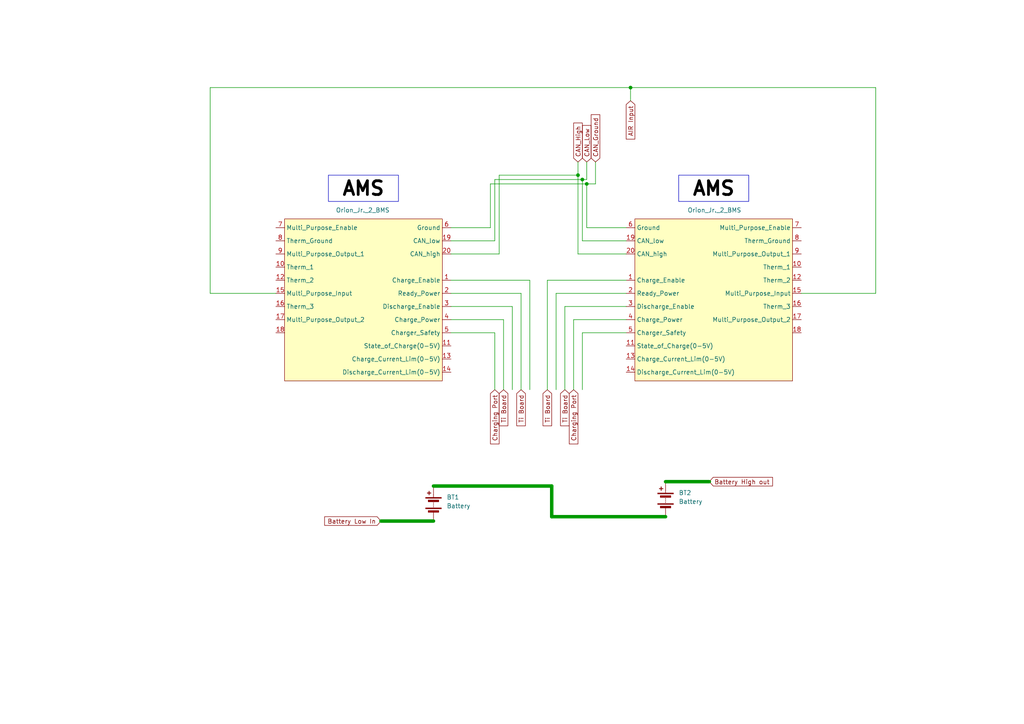
<source format=kicad_sch>
(kicad_sch (version 20230121) (generator eeschema)
  (paper "A4")
  (lib_symbols
    (symbol "Device:Battery" (pin_numbers hide) (pin_names (offset 0) hide)
      (property "Reference" "BT" (at 2.54 2.54 0))
      (property "Value" "Battery" (at 2.54 0 0))
      (symbol "Battery_0_1"
        (rectangle (start -2.286 -1.27) (end 2.286 -1.524) (fill (type outline)))
        (rectangle (start -2.286 1.778) (end 2.286 1.524) (fill (type outline)))
        (rectangle (start -1.524 -2.032) (end 1.524 -2.54) (fill (type outline)))
        (rectangle (start -1.524 1.016) (end 1.524 0.508) (fill (type outline)))
        (polyline (pts (xy 0 -1.016) (xy 0 -0.762)))
        (polyline (pts (xy 0 -0.508) (xy 0 -0.254)))
        (polyline (pts (xy 0 0) (xy 0 0.254)))
        (polyline (pts (xy 0 1.778) (xy 0 2.54)))
        (polyline (pts (xy 0.762 3.048) (xy 1.778 3.048)) (stroke (width 0.254)))
        (polyline (pts (xy 1.27 3.556) (xy 1.27 2.54)) (stroke (width 0.254)))
      )
      (symbol "Battery_1_1"
        (pin passive line (at 0 5.08 270) (length 2.54) (name "+") (number "1"))
        (pin passive line (at 0 -5.08 90) (length 2.54) (name "-") (number "2"))
      )
    )
    (symbol "Sevcon_Gen4_Size6_1"
      (property "Value" "Orion_Jr._2_BMS" (at 10.16 17.78 0))
      (symbol "Sevcon_Gen4_Size6_1_0_1"
        (rectangle (start -22.86 15.24) (end 22.86 -31.75) (fill (type background)))
      )
      (symbol "Sevcon_Gen4_Size6_1_1_1"
        (pin passive line (at 25.4 -2.54 180) (length 2.54) (name "Charge_Enable") (number "1"))
        (pin passive line (at -25.4 1.27 0) (length 2.54) (name "Therm_1") (number "10"))
        (pin passive line (at 25.4 -21.59 180) (length 2.54) (name "State_of_Charge(0-5V)") (number "11"))
        (pin passive line (at -25.4 -2.54 0) (length 2.54) (name "Therm_2") (number "12"))
        (pin passive line (at 25.4 -25.4 180) (length 2.54) (name "Charge_Current_Lim(0-5V)") (number "13"))
        (pin passive line (at 25.4 -29.21 180) (length 2.54) (name "Discharge_Current_Lim(0-5V)") (number "14"))
        (pin passive line (at -25.4 -6.35 0) (length 2.54) (name "Multi_Purpose_Input") (number "15"))
        (pin passive line (at -25.4 -10.16 0) (length 2.54) (name "Therm_3") (number "16"))
        (pin passive line (at -25.4 -13.97 0) (length 2.54) (name "Multi_Purpose_Output_2") (number "17"))
        (pin passive line (at -25.4 -17.78 0) (length 2.54) (name "") (number "18"))
        (pin passive line (at 25.4 8.89 180) (length 2.54) (name "CAN_low") (number "19"))
        (pin passive line (at 25.4 -6.35 180) (length 2.54) (name "Ready_Power") (number "2"))
        (pin passive line (at 25.4 5.08 180) (length 2.54) (name "CAN_high") (number "20"))
        (pin passive line (at 25.4 -10.16 180) (length 2.54) (name "Discharge_Enable") (number "3"))
        (pin passive line (at 25.4 -13.97 180) (length 2.54) (name "Charge_Power") (number "4"))
        (pin passive line (at 25.4 -17.78 180) (length 2.54) (name "Charger_Safety") (number "5"))
        (pin passive line (at 25.4 12.7 180) (length 2.54) (name "Ground") (number "6"))
        (pin passive line (at -25.4 12.7 0) (length 2.54) (name "Multi_Purpose_Enable") (number "7"))
        (pin passive line (at -25.4 8.89 0) (length 2.54) (name "Therm_Ground") (number "8"))
        (pin passive line (at -25.4 5.08 0) (length 2.54) (name "Multi_Purpose_Output_1") (number "9"))
      )
    )
  )
  (junction (at 182.88 25.4))
  (junction (at 168.91 52.07))
  (junction (at 167.64 50.8))
  (junction (at 170.18 53.34))
  (wire (pts (xy 181.61 81.28) (xy 158.75 81.28)))
  (wire (pts (xy 153.67 81.28) (xy 153.67 113.03)))
  (wire (pts (xy 181.61 96.52) (xy 168.91 96.52)))
  (wire (pts (xy 181.61 85.09) (xy 161.29 85.09)))
  (wire (pts (xy 166.37 92.71) (xy 166.37 113.03)))
  (wire (pts (xy 167.64 50.8) (xy 167.64 73.66)))
  (wire (pts (xy 148.59 88.9) (xy 148.59 113.03)))
  (wire (pts (xy 144.78 50.8) (xy 144.78 73.66)))
  (wire (pts (xy 142.24 53.34) (xy 142.24 66.04)))
  (wire (pts (xy 181.61 88.9) (xy 163.83 88.9)))
  (wire (pts (xy 143.51 52.07) (xy 143.51 69.85)))
  (wire (pts (xy 130.81 92.71) (xy 146.05 92.71)))
  (wire (pts (xy 170.18 53.34) (xy 170.18 66.04)))
  (wire (pts (xy 160.02 149.86) (xy 160.02 140.97)) (stroke (width 1)))
  (wire (pts (xy 168.91 96.52) (xy 168.91 113.03)))
  (wire (pts (xy 168.91 52.07) (xy 168.91 69.85)))
  (wire (pts (xy 80.01 85.09) (xy 60.96 85.09)))
  (wire (pts (xy 130.81 85.09) (xy 151.13 85.09)))
  (wire (pts (xy 146.05 92.71) (xy 146.05 113.03)))
  (wire (pts (xy 168.91 52.07) (xy 170.18 52.07)))
  (wire (pts (xy 170.18 53.34) (xy 172.72 53.34)))
  (wire (pts (xy 172.72 46.99) (xy 172.72 53.34)))
  (wire (pts (xy 254 25.4) (xy 254 85.09)))
  (wire (pts (xy 181.61 92.71) (xy 166.37 92.71)))
  (wire (pts (xy 130.81 73.66) (xy 144.78 73.66)))
  (wire (pts (xy 181.61 69.85) (xy 168.91 69.85)))
  (wire (pts (xy 130.81 96.52) (xy 143.51 96.52)))
  (wire (pts (xy 130.81 88.9) (xy 148.59 88.9)))
  (wire (pts (xy 170.18 53.34) (xy 142.24 53.34)))
  (wire (pts (xy 130.81 66.04) (xy 142.24 66.04)))
  (wire (pts (xy 130.81 81.28) (xy 153.67 81.28)))
  (wire (pts (xy 254 85.09) (xy 232.41 85.09)))
  (wire (pts (xy 60.96 25.4) (xy 182.88 25.4)))
  (wire (pts (xy 160.02 140.97) (xy 125.73 140.97)) (stroke (width 1)))
  (wire (pts (xy 181.61 66.04) (xy 170.18 66.04)))
  (wire (pts (xy 158.75 81.28) (xy 158.75 113.03)))
  (wire (pts (xy 181.61 73.66) (xy 167.64 73.66)))
  (wire (pts (xy 125.73 151.13) (xy 110.49 151.13)) (stroke (width 1)))
  (wire (pts (xy 182.88 25.4) (xy 254 25.4)))
  (wire (pts (xy 170.18 46.99) (xy 170.18 52.07)))
  (wire (pts (xy 167.64 46.99) (xy 167.64 50.8)))
  (wire (pts (xy 143.51 52.07) (xy 168.91 52.07)))
  (wire (pts (xy 182.88 25.4) (xy 182.88 29.21)))
  (wire (pts (xy 161.29 85.09) (xy 161.29 113.03)))
  (wire (pts (xy 205.74 139.7) (xy 193.04 139.7)) (stroke (width 1)))
  (wire (pts (xy 163.83 88.9) (xy 163.83 113.03)))
  (wire (pts (xy 60.96 85.09) (xy 60.96 25.4)))
  (wire (pts (xy 130.81 69.85) (xy 143.51 69.85)))
  (wire (pts (xy 193.04 149.86) (xy 160.02 149.86)) (stroke (width 1)))
  (wire (pts (xy 144.78 50.8) (xy 167.64 50.8)))
  (wire (pts (xy 151.13 85.09) (xy 151.13 113.03)))
  (wire (pts (xy 143.51 96.52) (xy 143.51 113.03)))
  (text_box "AMS" (at 196.85 50.8 0) (size 20.32 7.62) (effects (font (size 4 4) (thickness 0.8) bold)))
  (text_box "AMS" (at 95.25 50.8 0) (size 20.32 7.62) (effects (font (size 4 4) (thickness 0.8) bold)))
  (global_label "Charging Port" (shape input) (at 143.51 113.03 270) (property "Intersheetrefs" "${INTERSHEET_REFS}" (effects hide)))
  (global_label "CAN_High" (shape input) (at 167.64 46.99 90) (property "Intersheetrefs" "${INTERSHEET_REFS}" (effects hide)))
  (global_label "Battery Low In" (shape input) (at 110.49 151.13 180) (property "Intersheetrefs" "${INTERSHEET_REFS}" (effects hide)))
  (global_label "CAN_Ground" (shape input) (at 172.72 46.99 90) (property "Intersheetrefs" "${INTERSHEET_REFS}" (effects hide)))
  (global_label "Ti Board" (shape input) (at 146.05 113.03 270) (property "Intersheetrefs" "${INTERSHEET_REFS}" (effects hide)))
  (global_label "Charging Port" (shape input) (at 166.37 113.03 270) (property "Intersheetrefs" "${INTERSHEET_REFS}" (effects hide)))
  (global_label "Ti Board" (shape input) (at 163.83 113.03 270) (property "Intersheetrefs" "${INTERSHEET_REFS}" (effects hide)))
  (global_label "CAN_Low" (shape input) (at 170.18 46.99 90) (property "Intersheetrefs" "${INTERSHEET_REFS}" (effects hide)))
  (global_label "AIR Input" (shape input) (at 182.88 29.21 270) (property "Intersheetrefs" "${INTERSHEET_REFS}" (effects hide)))
  (global_label "Battery High out" (shape input) (at 205.74 139.7 0) (property "Intersheetrefs" "${INTERSHEET_REFS}" (effects hide)))
  (global_label "Ti Board" (shape input) (at 158.75 113.03 270) (property "Intersheetrefs" "${INTERSHEET_REFS}" (effects hide)))
  (global_label "Ti Board" (shape input) (at 151.13 113.03 270) (property "Intersheetrefs" "${INTERSHEET_REFS}" (effects hide)))
  (symbol (lib_id "Device:Battery") (at 193.04 144.78 0) (mirror y) (unit 1)
    (property "Reference" "BT2" (at 196.85 142.9385 0) (effects (justify right)))
    (property "Value" "Battery" (at 196.85 145.4785 0) (effects (justify right)))
  )
  (symbol (lib_id "Device:Battery") (at 125.73 146.05 0) (mirror y) (unit 1)
    (property "Reference" "BT1" (at 129.54 144.2085 0) (effects (justify right)))
    (property "Value" "Battery" (at 129.54 146.7485 0) (effects (justify right)))
  )
  (symbol (lib_name "Sevcon_Gen4_Size6_1") (lib_id "CamachosSymbols:Sevcon_Gen4_Size6") (at 207.01 78.74 0) (mirror y) (unit 1)
    (property "Reference" "U?" (effects hide))
    (property "Value" "Orion_Jr._2_BMS" (at 199.39 60.96 0) (effects (justify right)))
    (instances (project "Car_TractiveSystem_v2" (path "" (reference "U?") (unit 1)) (path "" (reference "U6") (unit 1))))
  )
  (symbol (lib_name "Sevcon_Gen4_Size6_1") (lib_id "CamachosSymbols:Sevcon_Gen4_Size6") (at 105.41 78.74 0) (unit 1)
    (property "Reference" "U?" (effects hide))
    (property "Value" "Orion_Jr._2_BMS" (at 113.03 60.96 0) (effects (justify right)))
    (instances (project "Car_TractiveSystem_v2" (path "" (reference "U?") (unit 1)) (path "" (reference "U4") (unit 1))))
  )
)
</source>
